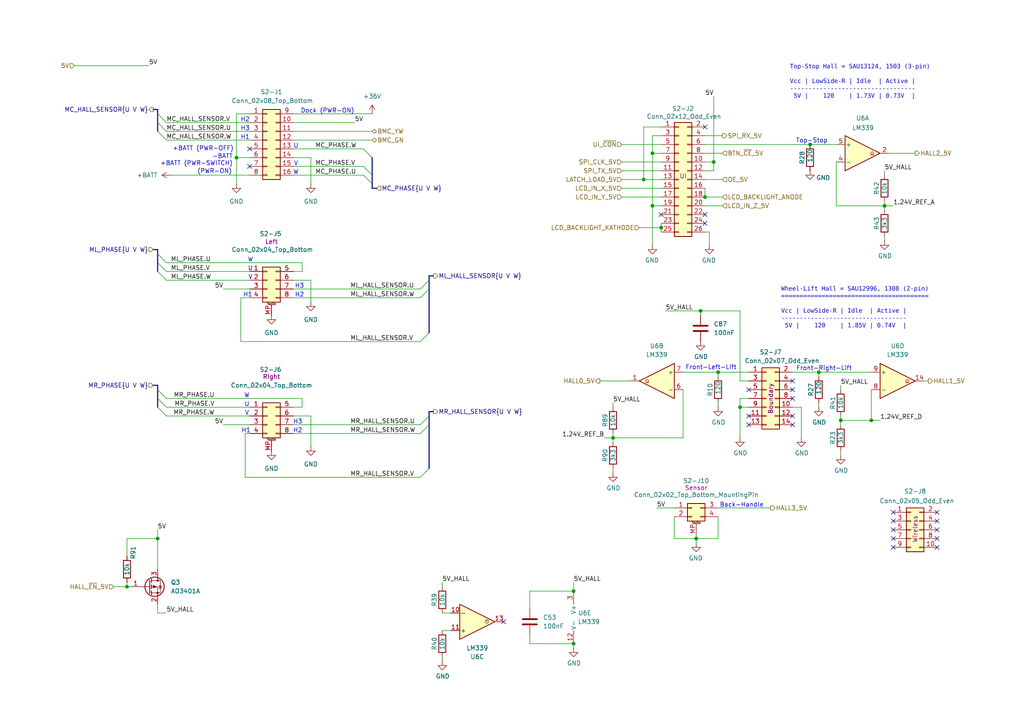
<source format=kicad_sch>
(kicad_sch (version 20250114) (generator "eeschema") (generator_version "9.0")
  (paper "A4")
  (title_block (title "OpenMower SABO Mainboard for Series I & II") (date "2025-05-04") (rev "v0.2") (company "Apeheanger <joerg@ebeling.ws> for OpenMower") (comment 1 "This design is licensed under CC BY-NC 4.0"))
  (lib_symbols
    (symbol "Comparator:LM339" (pin_names (offset 0.127))
      (property "Reference" "U" (at 0 5.08 0))
      (property "Value" "LM339" (at 0 -5.08 0))
      (symbol "LM339_1_1"
        (pin input line (at -7.62 2.54 0) (length 2.54) (name "+") (number "5"))
        (pin input line (at -7.62 -2.54 0) (length 2.54) (name "-") (number "4"))
        (pin open_collector line (at 7.62 0 180) (length 2.54) (name "~") (number "2"))
      )
      (symbol "LM339_2_1"
        (pin input line (at -7.62 2.54 0) (length 2.54) (name "+") (number "7"))
        (pin input line (at -7.62 -2.54 0) (length 2.54) (name "-") (number "6"))
        (pin open_collector line (at 7.62 0 180) (length 2.54) (name "~") (number "1"))
      )
      (symbol "LM339_3_1"
        (pin input line (at -7.62 2.54 0) (length 2.54) (name "+") (number "11"))
        (pin input line (at -7.62 -2.54 0) (length 2.54) (name "-") (number "10"))
        (pin open_collector line (at 7.62 0 180) (length 2.54) (name "~") (number "13"))
      )
      (symbol "LM339_4_1"
        (pin input line (at -7.62 2.54 0) (length 2.54) (name "+") (number "9"))
        (pin input line (at -7.62 -2.54 0) (length 2.54) (name "-") (number "8"))
        (pin open_collector line (at 7.62 0 180) (length 2.54) (name "~") (number "14"))
      )
      (symbol "LM339_5_1"
        (pin power_in line (at -2.54 7.62 270) (length 3.81) (name "V+") (number "3"))
        (pin power_in line (at -2.54 -7.62 90) (length 3.81) (name "V-") (number "12"))
      )
    )
    (symbol "Connector_Generic:Conn_02x05_Odd_Even" (pin_names (offset 1.016) (hide yes))
      (property "Reference" "J" (at 1.27 7.62 0))
      (property "Value" "Conn_02x05_Odd_Even" (at 1.27 -7.62 0))
      (symbol "Conn_02x05_Odd_Even_1_1"
        (pin passive line (at -5.08 5.08 0) (length 3.81) (name "Pin_1") (number "1"))
        (pin passive line (at -5.08 2.54 0) (length 3.81) (name "Pin_3") (number "3"))
        (pin passive line (at -5.08 0 0) (length 3.81) (name "Pin_5") (number "5"))
        (pin passive line (at -5.08 -2.54 0) (length 3.81) (name "Pin_7") (number "7"))
        (pin passive line (at -5.08 -5.08 0) (length 3.81) (name "Pin_9") (number "9"))
        (pin passive line (at 7.62 5.08 180) (length 3.81) (name "Pin_2") (number "2"))
        (pin passive line (at 7.62 2.54 180) (length 3.81) (name "Pin_4") (number "4"))
        (pin passive line (at 7.62 0 180) (length 3.81) (name "Pin_6") (number "6"))
        (pin passive line (at 7.62 -2.54 180) (length 3.81) (name "Pin_8") (number "8"))
        (pin passive line (at 7.62 -5.08 180) (length 3.81) (name "Pin_10") (number "10"))
      )
    )
    (symbol "Connector_Generic:Conn_02x07_Odd_Even" (pin_names (offset 1.016) (hide yes))
      (property "Reference" "J" (at 1.27 10.16 0))
      (property "Value" "Conn_02x07_Odd_Even" (at 1.27 -10.16 0))
      (symbol "Conn_02x07_Odd_Even_1_1"
        (pin passive line (at -5.08 7.62 0) (length 3.81) (name "Pin_1") (number "1"))
        (pin passive line (at -5.08 5.08 0) (length 3.81) (name "Pin_3") (number "3"))
        (pin passive line (at -5.08 2.54 0) (length 3.81) (name "Pin_5") (number "5"))
        (pin passive line (at -5.08 0 0) (length 3.81) (name "Pin_7") (number "7"))
        (pin passive line (at -5.08 -2.54 0) (length 3.81) (name "Pin_9") (number "9"))
        (pin passive line (at -5.08 -5.08 0) (length 3.81) (name "Pin_11") (number "11"))
        (pin passive line (at -5.08 -7.62 0) (length 3.81) (name "Pin_13") (number "13"))
        (pin passive line (at 7.62 7.62 180) (length 3.81) (name "Pin_2") (number "2"))
        (pin passive line (at 7.62 5.08 180) (length 3.81) (name "Pin_4") (number "4"))
        (pin passive line (at 7.62 2.54 180) (length 3.81) (name "Pin_6") (number "6"))
        (pin passive line (at 7.62 0 180) (length 3.81) (name "Pin_8") (number "8"))
        (pin passive line (at 7.62 -2.54 180) (length 3.81) (name "Pin_10") (number "10"))
        (pin passive line (at 7.62 -5.08 180) (length 3.81) (name "Pin_12") (number "12"))
        (pin passive line (at 7.62 -7.62 180) (length 3.81) (name "Pin_14") (number "14"))
      )
    )
    (symbol "Connector_Generic:Conn_02x08_Top_Bottom" (pin_names (offset 1.016) (hide yes))
      (property "Reference" "J" (at 1.27 10.16 0))
      (property "Value" "Conn_02x08_Top_Bottom" (at 1.27 -12.7 0))
      (symbol "Conn_02x08_Top_Bottom_1_1"
        (pin passive line (at -5.08 7.62 0) (length 3.81) (name "Pin_1") (number "1"))
        (pin passive line (at -5.08 5.08 0) (length 3.81) (name "Pin_2") (number "2"))
        (pin passive line (at -5.08 2.54 0) (length 3.81) (name "Pin_3") (number "3"))
        (pin passive line (at -5.08 0 0) (length 3.81) (name "Pin_4") (number "4"))
        (pin passive line (at -5.08 -2.54 0) (length 3.81) (name "Pin_5") (number "5"))
        (pin passive line (at -5.08 -5.08 0) (length 3.81) (name "Pin_6") (number "6"))
        (pin passive line (at -5.08 -7.62 0) (length 3.81) (name "Pin_7") (number "7"))
        (pin passive line (at -5.08 -10.16 0) (length 3.81) (name "Pin_8") (number "8"))
        (pin passive line (at 7.62 7.62 180) (length 3.81) (name "Pin_9") (number "9"))
        (pin passive line (at 7.62 5.08 180) (length 3.81) (name "Pin_10") (number "10"))
        (pin passive line (at 7.62 2.54 180) (length 3.81) (name "Pin_11") (number "11"))
        (pin passive line (at 7.62 0 180) (length 3.81) (name "Pin_12") (number "12"))
        (pin passive line (at 7.62 -2.54 180) (length 3.81) (name "Pin_13") (number "13"))
        (pin passive line (at 7.62 -5.08 180) (length 3.81) (name "Pin_14") (number "14"))
        (pin passive line (at 7.62 -7.62 180) (length 3.81) (name "Pin_15") (number "15"))
        (pin passive line (at 7.62 -10.16 180) (length 3.81) (name "Pin_16") (number "16"))
      )
    )
    (symbol "Connector_Generic:Conn_02x13_Odd_Even" (pin_names (offset 1.016) (hide yes))
      (property "Reference" "J" (at 1.27 17.78 0))
      (property "Value" "Conn_02x13_Odd_Even" (at 1.27 -17.78 0))
      (symbol "Conn_02x13_Odd_Even_1_1"
        (pin passive line (at -5.08 15.24 0) (length 3.81) (name "Pin_1") (number "1"))
        (pin passive line (at -5.08 12.7 0) (length 3.81) (name "Pin_3") (number "3"))
        (pin passive line (at -5.08 10.16 0) (length 3.81) (name "Pin_5") (number "5"))
        (pin passive line (at -5.08 7.62 0) (length 3.81) (name "Pin_7") (number "7"))
        (pin passive line (at -5.08 5.08 0) (length 3.81) (name "Pin_9") (number "9"))
        (pin passive line (at -5.08 2.54 0) (length 3.81) (name "Pin_11") (number "11"))
        (pin passive line (at -5.08 0 0) (length 3.81) (name "Pin_13") (number "13"))
        (pin passive line (at -5.08 -2.54 0) (length 3.81) (name "Pin_15") (number "15"))
        (pin passive line (at -5.08 -5.08 0) (length 3.81) (name "Pin_17") (number "17"))
        (pin passive line (at -5.08 -7.62 0) (length 3.81) (name "Pin_19") (number "19"))
        (pin passive line (at -5.08 -10.16 0) (length 3.81) (name "Pin_21") (number "21"))
        (pin passive line (at -5.08 -12.7 0) (length 3.81) (name "Pin_23") (number "23"))
        (pin passive line (at -5.08 -15.24 0) (length 3.81) (name "Pin_25") (number "25"))
        (pin passive line (at 7.62 15.24 180) (length 3.81) (name "Pin_2") (number "2"))
        (pin passive line (at 7.62 12.7 180) (length 3.81) (name "Pin_4") (number "4"))
        (pin passive line (at 7.62 10.16 180) (length 3.81) (name "Pin_6") (number "6"))
        (pin passive line (at 7.62 7.62 180) (length 3.81) (name "Pin_8") (number "8"))
        (pin passive line (at 7.62 5.08 180) (length 3.81) (name "Pin_10") (number "10"))
        (pin passive line (at 7.62 2.54 180) (length 3.81) (name "Pin_12") (number "12"))
        (pin passive line (at 7.62 0 180) (length 3.81) (name "Pin_14") (number "14"))
        (pin passive line (at 7.62 -2.54 180) (length 3.81) (name "Pin_16") (number "16"))
        (pin passive line (at 7.62 -5.08 180) (length 3.81) (name "Pin_18") (number "18"))
        (pin passive line (at 7.62 -7.62 180) (length 3.81) (name "Pin_20") (number "20"))
        (pin passive line (at 7.62 -10.16 180) (length 3.81) (name "Pin_22") (number "22"))
        (pin passive line (at 7.62 -12.7 180) (length 3.81) (name "Pin_24") (number "24"))
        (pin passive line (at 7.62 -15.24 180) (length 3.81) (name "Pin_26") (number "26"))
      )
    )
    (symbol "Connector_Generic_MountingPin:Conn_02x02_Top_Bottom_MountingPin" (pin_names (offset 1.016) (hide yes))
      (property "Reference" "J" (at 1.27 2.54 0))
      (property "Value" "Conn_02x02_Top_Bottom_MountingPin" (at 2.54 -5.08 0))
      (symbol "Conn_02x02_Top_Bottom_MountingPin_1_1"
        (text "Mounting" (at 1.27 -4.191 0) (effects (font (size 0.381 0.381))))
        (pin passive line (at -5.08 0 0) (length 3.81) (name "Pin_1") (number "1"))
        (pin passive line (at -5.08 -2.54 0) (length 3.81) (name "Pin_2") (number "2"))
        (pin passive line (at 1.27 -7.62 90) (length 3.048) (name "MountPin") (number "MP"))
        (pin passive line (at 7.62 0 180) (length 3.81) (name "Pin_3") (number "3"))
        (pin passive line (at 7.62 -2.54 180) (length 3.81) (name "Pin_4") (number "4"))
      )
    )
    (symbol "Connector_Generic_MountingPin:Conn_02x04_Top_Bottom_MountingPin" (pin_names (offset 1.016) (hide yes))
      (property "Reference" "J" (at 1.27 5.08 0))
      (property "Value" "Conn_02x04_Top_Bottom_MountingPin" (at 2.54 -7.62 0))
      (symbol "Conn_02x04_Top_Bottom_MountingPin_1_1"
        (text "Mounting" (at 1.27 -6.731 0) (effects (font (size 0.381 0.381))))
        (pin passive line (at -5.08 2.54 0) (length 3.81) (name "Pin_1") (number "1"))
        (pin passive line (at -5.08 0 0) (length 3.81) (name "Pin_2") (number "2"))
        (pin passive line (at -5.08 -2.54 0) (length 3.81) (name "Pin_3") (number "3"))
        (pin passive line (at -5.08 -5.08 0) (length 3.81) (name "Pin_4") (number "4"))
        (pin passive line (at 1.27 -10.16 90) (length 3.048) (name "MountPin") (number "MP"))
        (pin passive line (at 7.62 2.54 180) (length 3.81) (name "Pin_5") (number "5"))
        (pin passive line (at 7.62 0 180) (length 3.81) (name "Pin_6") (number "6"))
        (pin passive line (at 7.62 -2.54 180) (length 3.81) (name "Pin_7") (number "7"))
        (pin passive line (at 7.62 -5.08 180) (length 3.81) (name "Pin_8") (number "8"))
      )
    )
    (symbol "Device:C" (pin_numbers (hide yes)) (pin_names (offset 0.254))
      (property "Reference" "C" (at 0.635 2.54 0))
      (property "Value" "C" (at 0.635 -2.54 0))
      (symbol "C_1_1"
        (pin passive line (at 0 3.81 270) (length 2.794) (name "~") (number "1"))
        (pin passive line (at 0 -3.81 90) (length 2.794) (name "~") (number "2"))
      )
    )
    (symbol "Device:R" (pin_numbers (hide yes)) (pin_names (offset 0))
      (property "Reference" "R" (at 2.032 0 90))
      (property "Value" "R" (at 0 0 90))
      (symbol "R_1_1"
        (pin passive line (at 0 3.81 270) (length 1.27) (name "~") (number "1"))
        (pin passive line (at 0 -3.81 90) (length 1.27) (name "~") (number "2"))
      )
    )
    (symbol "Transistor_FET:AO3401A" (pin_names (hide yes))
      (property "Reference" "Q" (at 5.08 1.905 0))
      (property "Value" "AO3401A" (at 5.08 0 0))
      (symbol "AO3401A_1_1"
        (pin input line (at -5.08 0 0) (length 2.54) (name "G") (number "1"))
        (pin passive line (at 2.54 5.08 270) (length 2.54) (name "D") (number "3"))
        (pin passive line (at 2.54 -5.08 90) (length 2.54) (name "S") (number "2"))
      )
    )
    (symbol "power:+36V" (power) (pin_numbers (hide yes)) (pin_names (offset 0) (hide yes))
      (property "Value" "+36V" (at 0 3.556 0))
      (symbol "+36V_1_1"
        (pin power_in line (at 0 0 90) (length 0) (name "~") (number "1"))
      )
    )
    (symbol "power:+BATT" (power) (pin_numbers (hide yes)) (pin_names (offset 0) (hide yes))
      (property "Value" "+BATT" (at 0 3.556 0))
      (symbol "+BATT_1_1"
        (pin power_in line (at 0 0 90) (length 0) (name "~") (number "1"))
      )
    )
    (symbol "power:GND" (power) (pin_numbers (hide yes)) (pin_names (offset 0) (hide yes))
      (property "Value" "GND" (at 0 -3.81 0))
      (symbol "GND_1_1"
        (pin power_in line (at 0 0 270) (length 0) (name "~") (number "1"))
      )
    )
  )
  (text "-BATT" (at 67.564 45.466 0) (effects (font (size 1.27 1.27)) (justify right)))
  (text "U" (at 72.644 77.978 0) (effects (font (size 1.27 1.27))))
  (text "(PWR-ON)" (at 67.31 49.784 0) (effects (font (size 1.27 1.27)) (justify right)))
  (text "W" (at 71.628 114.808 0) (effects (font (size 1.27 1.27))))
  (text "U" (at 85.852 42.418 0) (effects (font (size 1.27 1.27))))
  (text "H3" (at 86.36 122.428 0) (effects (font (size 1.27 1.27))))
  (text "H1" (at 71.882 85.598 0) (effects (font (size 1.27 1.27))))
  (text "W" (at 72.644 75.438 0) (effects (font (size 1.27 1.27))))
  (text "Front-Left-Lift" (at 206.248 106.68 0) (effects (font (size 1.27 1.27))))
  (text "H2" (at 86.868 85.598 0) (effects (font (size 1.27 1.27))))
  (text "Dock (PWR-ON)" (at 94.996 32.258 0) (effects (font (size 1.27 1.27))))
  (text "H1" (at 71.374 124.968 0) (effects (font (size 1.27 1.27))))
  (text "H1" (at 71.12 39.878 0) (effects (font (size 1.27 1.27))))
  (text "+BATT (PWR-OFF)" (at 67.818 43.18 0) (effects (font (size 1.27 1.27)) (justify right)))
  (text "H3" (at 71.12 37.338 0) (effects (font (size 1.27 1.27))))
  (text "H2" (at 71.12 34.798 0) (effects (font (size 1.27 1.27))))
  (text "Top-Stop Hall = SAU13124, 1503 (3-pin)\n\nVcc | LowSide-R | Idle  | Active |\n----------------------------------\n 5V |    120    | 1.73V | 0.73V  |" (at 229.108 24.13 0) (effects (font (size 1.27 1.27)) (justify left)))
  (text "V" (at 71.628 119.888 0) (effects (font (size 1.27 1.27))))
  (text "Front-Right-Lift" (at 239.014 106.934 0) (effects (font (size 1.27 1.27))))
  (text "U" (at 71.628 117.348 0) (effects (font (size 1.27 1.27))))
  (text "+BATT (PWR-SWITCH)" (at 67.564 47.498 0) (effects (font (size 1.27 1.27)) (justify right)))
  (text "V" (at 85.852 47.498 0) (effects (font (size 1.27 1.27))))
  (text "H2" (at 86.36 124.968 0) (effects (font (size 1.27 1.27))))
  (text "V" (at 72.644 80.518 0) (effects (font (size 1.27 1.27))))
  (text "Top-Stop" (at 235.458 40.894 0) (effects (font (size 1.27 1.27))))
  (text "Back-Handle" (at 215.138 146.558 0) (effects (font (size 1.27 1.27))))
  (text "H3" (at 86.868 83.058 0) (effects (font (size 1.27 1.27))))
  (text "W" (at 85.852 50.038 0) (effects (font (size 1.27 1.27))))
  (text "Wheel-Lift Hall = SAU12996, 1308 (2-pin)\n========================================\n\nVcc | LowSide-R | Idle  | Active |\n----------------------------------\n 5V |    120    | 1.85V | 0.74V  |" (at 226.568 89.662 0) (effects (font (size 1.27 1.27)) (justify left)))
  (junction (at 203.2 90.17))
  (junction (at 201.93 156.21))
  (junction (at 189.23 59.69))
  (junction (at 166.37 171.45))
  (junction (at 166.37 186.69))
  (junction (at 177.8 127))
  (junction (at 186.69 52.07))
  (junction (at 189.23 44.45))
  (junction (at 243.84 121.92))
  (junction (at 256.54 59.69))
  (junction (at 204.47 57.15))
  (junction (at 207.01 46.99))
  (junction (at 191.77 66.04))
  (junction (at 45.72 156.21))
  (junction (at 208.28 107.95))
  (junction (at 68.58 45.72))
  (junction (at 36.83 170.18))
  (junction (at 214.63 118.11))
  (junction (at 252.73 121.92))
  (junction (at 237.49 107.95))
  (junction (at 234.95 41.91))
  (no_connect (at 217.17 123.19))
  (no_connect (at 204.47 62.23))
  (no_connect (at 229.87 115.57))
  (no_connect (at 271.78 151.13))
  (no_connect (at 229.87 123.19))
  (no_connect (at 259.08 148.59))
  (no_connect (at 72.39 48.26))
  (no_connect (at 271.78 156.21))
  (no_connect (at 259.08 153.67))
  (no_connect (at 204.47 36.83))
  (no_connect (at 229.87 113.03))
  (no_connect (at 191.77 62.23))
  (no_connect (at 217.17 120.65))
  (no_connect (at 259.08 158.75))
  (no_connect (at 259.08 156.21))
  (no_connect (at 229.87 110.49))
  (no_connect (at 259.08 151.13))
  (no_connect (at 229.87 120.65))
  (no_connect (at 217.17 113.03))
  (no_connect (at 271.78 148.59))
  (no_connect (at 204.47 64.77))
  (no_connect (at 271.78 153.67))
  (no_connect (at 146.05 180.34))
  (no_connect (at 271.78 158.75))
  (no_connect (at 72.39 43.18))
  (bus_entry (at 124.46 123.19) (size -2.54 2.54))
  (bus_entry (at 124.46 83.82) (size -2.54 2.54))
  (bus_entry (at 48.26 81.28) (size -2.54 -2.54))
  (bus_entry (at 124.46 120.65) (size -2.54 2.54))
  (bus_entry (at 124.46 81.28) (size -2.54 2.54))
  (bus_entry (at 48.26 76.2) (size -2.54 -2.54))
  (bus_entry (at 45.72 35.56) (size 2.54 2.54))
  (bus_entry (at 45.72 38.1) (size 2.54 2.54))
  (bus_entry (at 45.72 33.02) (size 2.54 2.54))
  (bus_entry (at 48.26 118.11) (size -2.54 -2.54))
  (bus_entry (at 124.46 135.89) (size -2.54 2.54))
  (bus_entry (at 124.46 96.52) (size -2.54 2.54))
  (bus_entry (at 48.26 115.57) (size -2.54 -2.54))
  (bus_entry (at 48.26 78.74) (size -2.54 -2.54))
  (bus_entry (at 48.26 120.65) (size -2.54 -2.54))
  (bus_entry (at 105.41 48.26) (size 2.54 2.54))
  (bus_entry (at 105.41 43.18) (size 2.54 2.54))
  (bus_entry (at 105.41 50.8) (size 2.54 2.54))
  (wire (pts (xy 243.84 130.81) (xy 243.84 132.08)))
  (wire (pts (xy 204.47 39.37) (xy 209.55 39.37)))
  (wire (pts (xy 48.26 76.2) (xy 87.63 76.2)))
  (wire (pts (xy 45.72 177.8) (xy 45.72 175.26)))
  (wire (pts (xy 205.74 67.31) (xy 204.47 67.31)))
  (wire (pts (xy 204.47 41.91) (xy 234.95 41.91)))
  (wire (pts (xy 267.97 110.49) (xy 269.24 110.49)))
  (wire (pts (xy 214.63 90.17) (xy 214.63 110.49)))
  (wire (pts (xy 191.77 66.04) (xy 191.77 67.31)))
  (wire (pts (xy 252.73 121.92) (xy 255.27 121.92)))
  (wire (pts (xy 48.26 115.57) (xy 87.63 115.57)))
  (wire (pts (xy 177.8 125.73) (xy 177.8 127)))
  (wire (pts (xy 237.49 109.22) (xy 237.49 107.95)))
  (wire (pts (xy 48.26 78.74) (xy 72.39 78.74)))
  (wire (pts (xy 180.34 54.61) (xy 191.77 54.61)))
  (wire (pts (xy 242.57 59.69) (xy 256.54 59.69)))
  (wire (pts (xy 204.47 52.07) (xy 209.55 52.07)))
  (bus (pts (xy 45.72 76.2) (xy 45.72 73.66)))
  (wire (pts (xy 214.63 118.11) (xy 217.17 118.11)))
  (wire (pts (xy 252.73 113.03) (xy 252.73 121.92)))
  (wire (pts (xy 204.47 44.45) (xy 209.55 44.45)))
  (wire (pts (xy 48.26 40.64) (xy 72.39 40.64)))
  (wire (pts (xy 214.63 127) (xy 214.63 118.11)))
  (wire (pts (xy 208.28 107.95) (xy 208.28 109.22)))
  (bus (pts (xy 45.72 33.02) (xy 45.72 35.56)))
  (wire (pts (xy 189.23 39.37) (xy 189.23 44.45)))
  (wire (pts (xy 195.58 156.21) (xy 201.93 156.21)))
  (wire (pts (xy 90.17 120.65) (xy 90.17 129.54)))
  (bus (pts (xy 45.72 115.57) (xy 45.72 113.03)))
  (wire (pts (xy 36.83 168.91) (xy 36.83 170.18)))
  (wire (pts (xy 85.09 50.8) (xy 105.41 50.8)))
  (wire (pts (xy 243.84 111.76) (xy 243.84 113.03)))
  (bus (pts (xy 124.46 81.28) (xy 124.46 83.82)))
  (wire (pts (xy 265.43 44.45) (xy 257.81 44.45)))
  (wire (pts (xy 48.26 118.11) (xy 72.39 118.11)))
  (wire (pts (xy 237.49 107.95) (xy 252.73 107.95)))
  (bus (pts (xy 107.95 50.8) (xy 107.95 53.34)))
  (bus (pts (xy 125.73 119.38) (xy 124.46 119.38)))
  (wire (pts (xy 68.58 45.72) (xy 68.58 33.02)))
  (wire (pts (xy 186.69 52.07) (xy 191.77 52.07)))
  (wire (pts (xy 180.34 46.99) (xy 191.77 46.99)))
  (wire (pts (xy 87.63 118.11) (xy 85.09 118.11)))
  (wire (pts (xy 229.87 118.11) (xy 232.41 118.11)))
  (wire (pts (xy 64.77 83.82) (xy 72.39 83.82)))
  (wire (pts (xy 71.12 138.43) (xy 71.12 125.73)))
  (wire (pts (xy 217.17 115.57) (xy 214.63 115.57)))
  (wire (pts (xy 48.26 35.56) (xy 72.39 35.56)))
  (wire (pts (xy 198.12 127) (xy 177.8 127)))
  (wire (pts (xy 205.74 71.12) (xy 205.74 67.31)))
  (wire (pts (xy 85.09 123.19) (xy 121.92 123.19)))
  (wire (pts (xy 177.8 135.89) (xy 177.8 137.16)))
  (wire (pts (xy 90.17 87.63) (xy 90.17 81.28)))
  (wire (pts (xy 153.67 176.53) (xy 153.67 171.45)))
  (wire (pts (xy 48.26 177.8) (xy 45.72 177.8)))
  (bus (pts (xy 45.72 111.76) (xy 44.45 111.76)))
  (wire (pts (xy 69.85 99.06) (xy 121.92 99.06)))
  (wire (pts (xy 48.26 81.28) (xy 72.39 81.28)))
  (wire (pts (xy 33.02 170.18) (xy 36.83 170.18)))
  (wire (pts (xy 128.27 182.88) (xy 130.81 182.88)))
  (wire (pts (xy 87.63 76.2) (xy 87.63 78.74)))
  (wire (pts (xy 48.26 38.1) (xy 72.39 38.1)))
  (wire (pts (xy 243.84 120.65) (xy 243.84 121.92)))
  (bus (pts (xy 44.45 31.75) (xy 45.72 31.75)))
  (wire (pts (xy 256.54 49.53) (xy 256.54 50.8)))
  (bus (pts (xy 124.46 83.82) (xy 124.46 96.52)))
  (wire (pts (xy 45.72 153.67) (xy 45.72 156.21)))
  (wire (pts (xy 85.09 33.02) (xy 107.95 33.02)))
  (bus (pts (xy 45.72 76.2) (xy 45.72 78.74)))
  (wire (pts (xy 217.17 107.95) (xy 208.28 107.95)))
  (wire (pts (xy 185.42 66.04) (xy 191.77 66.04)))
  (wire (pts (xy 180.34 57.15) (xy 191.77 57.15)))
  (wire (pts (xy 45.72 156.21) (xy 45.72 165.1)))
  (wire (pts (xy 107.95 38.1) (xy 85.09 38.1)))
  (wire (pts (xy 256.54 59.69) (xy 259.08 59.69)))
  (wire (pts (xy 204.47 54.61) (xy 204.47 57.15)))
  (wire (pts (xy 71.12 138.43) (xy 121.92 138.43)))
  (wire (pts (xy 214.63 90.17) (xy 203.2 90.17)))
  (wire (pts (xy 90.17 53.34) (xy 90.17 45.72)))
  (wire (pts (xy 208.28 156.21) (xy 208.28 149.86)))
  (wire (pts (xy 207.01 46.99) (xy 207.01 49.53)))
  (bus (pts (xy 45.72 35.56) (xy 45.72 38.1)))
  (wire (pts (xy 153.67 186.69) (xy 166.37 186.69)))
  (bus (pts (xy 45.72 73.66) (xy 45.72 72.39)))
  (wire (pts (xy 49.53 50.8) (xy 72.39 50.8)))
  (wire (pts (xy 107.95 40.64) (xy 85.09 40.64)))
  (wire (pts (xy 234.95 41.91) (xy 242.57 41.91)))
  (wire (pts (xy 191.77 36.83) (xy 186.69 36.83)))
  (wire (pts (xy 204.47 46.99) (xy 207.01 46.99)))
  (wire (pts (xy 87.63 78.74) (xy 85.09 78.74)))
  (wire (pts (xy 229.87 107.95) (xy 237.49 107.95)))
  (bus (pts (xy 45.72 118.11) (xy 45.72 115.57)))
  (wire (pts (xy 48.26 120.65) (xy 72.39 120.65)))
  (bus (pts (xy 45.72 31.75) (xy 45.72 33.02)))
  (wire (pts (xy 128.27 190.5) (xy 128.27 191.77)))
  (wire (pts (xy 128.27 168.91) (xy 128.27 170.18)))
  (wire (pts (xy 198.12 113.03) (xy 198.12 127)))
  (wire (pts (xy 193.04 90.17) (xy 203.2 90.17)))
  (wire (pts (xy 232.41 118.11) (xy 232.41 127)))
  (wire (pts (xy 189.23 71.12) (xy 189.23 59.69)))
  (wire (pts (xy 177.8 127) (xy 177.8 128.27)))
  (wire (pts (xy 190.5 147.32) (xy 195.58 147.32)))
  (wire (pts (xy 217.17 110.49) (xy 214.63 110.49)))
  (wire (pts (xy 189.23 39.37) (xy 191.77 39.37)))
  (wire (pts (xy 180.34 41.91) (xy 191.77 41.91)))
  (wire (pts (xy 177.8 127) (xy 175.26 127)))
  (wire (pts (xy 191.77 64.77) (xy 191.77 66.04)))
  (wire (pts (xy 204.47 59.69) (xy 209.55 59.69)))
  (wire (pts (xy 203.2 90.17) (xy 203.2 91.44)))
  (wire (pts (xy 189.23 59.69) (xy 191.77 59.69)))
  (wire (pts (xy 207.01 27.94) (xy 207.01 46.99)))
  (wire (pts (xy 173.99 110.49) (xy 182.88 110.49)))
  (bus (pts (xy 124.46 119.38) (xy 124.46 120.65)))
  (wire (pts (xy 256.54 59.69) (xy 256.54 60.96)))
  (bus (pts (xy 125.73 80.01) (xy 124.46 80.01)))
  (wire (pts (xy 177.8 116.84) (xy 177.8 118.11)))
  (wire (pts (xy 85.09 43.18) (xy 105.41 43.18)))
  (wire (pts (xy 189.23 59.69) (xy 189.23 44.45)))
  (wire (pts (xy 201.93 156.21) (xy 201.93 154.94)))
  (wire (pts (xy 36.83 156.21) (xy 45.72 156.21)))
  (wire (pts (xy 195.58 149.86) (xy 195.58 156.21)))
  (wire (pts (xy 208.28 147.32) (xy 223.52 147.32)))
  (wire (pts (xy 180.34 49.53) (xy 191.77 49.53)))
  (wire (pts (xy 85.09 86.36) (xy 121.92 86.36)))
  (wire (pts (xy 256.54 58.42) (xy 256.54 59.69)))
  (wire (pts (xy 85.09 35.56) (xy 102.87 35.56)))
  (bus (pts (xy 107.95 45.72) (xy 107.95 50.8)))
  (wire (pts (xy 256.54 68.58) (xy 256.54 69.85)))
  (wire (pts (xy 71.12 125.73) (xy 72.39 125.73)))
  (wire (pts (xy 189.23 44.45) (xy 191.77 44.45)))
  (wire (pts (xy 87.63 115.57) (xy 87.63 118.11)))
  (wire (pts (xy 208.28 116.84) (xy 208.28 118.11)))
  (wire (pts (xy 153.67 184.15) (xy 153.67 186.69)))
  (wire (pts (xy 207.01 49.53) (xy 204.47 49.53)))
  (wire (pts (xy 69.85 86.36) (xy 72.39 86.36)))
  (wire (pts (xy 201.93 157.48) (xy 201.93 156.21)))
  (wire (pts (xy 21.59 19.05) (xy 43.18 19.05)))
  (wire (pts (xy 85.09 48.26) (xy 105.41 48.26)))
  (bus (pts (xy 45.72 72.39) (xy 44.45 72.39)))
  (wire (pts (xy 166.37 168.91) (xy 166.37 171.45)))
  (wire (pts (xy 68.58 45.72) (xy 72.39 45.72)))
  (wire (pts (xy 180.34 52.07) (xy 186.69 52.07)))
  (wire (pts (xy 214.63 115.57) (xy 214.63 118.11)))
  (wire (pts (xy 64.77 123.19) (xy 72.39 123.19)))
  (wire (pts (xy 204.47 57.15) (xy 209.55 57.15)))
  (bus (pts (xy 107.95 53.34) (xy 107.95 54.61)))
  (wire (pts (xy 90.17 45.72) (xy 85.09 45.72)))
  (wire (pts (xy 243.84 121.92) (xy 243.84 123.19)))
  (wire (pts (xy 85.09 125.73) (xy 121.92 125.73)))
  (wire (pts (xy 166.37 187.96) (xy 166.37 186.69)))
  (wire (pts (xy 36.83 161.29) (xy 36.83 156.21)))
  (bus (pts (xy 124.46 123.19) (xy 124.46 135.89)))
  (wire (pts (xy 68.58 33.02) (xy 72.39 33.02)))
  (wire (pts (xy 36.83 170.18) (xy 38.1 170.18)))
  (wire (pts (xy 128.27 177.8) (xy 130.81 177.8)))
  (wire (pts (xy 243.84 121.92) (xy 252.73 121.92)))
  (bus (pts (xy 45.72 113.03) (xy 45.72 111.76)))
  (wire (pts (xy 201.93 156.21) (xy 208.28 156.21)))
  (bus (pts (xy 124.46 120.65) (xy 124.46 123.19)))
  (wire (pts (xy 90.17 120.65) (xy 85.09 120.65)))
  (wire (pts (xy 153.67 171.45) (xy 166.37 171.45)))
  (wire (pts (xy 186.69 36.83) (xy 186.69 52.07)))
  (wire (pts (xy 90.17 81.28) (xy 85.09 81.28)))
  (wire (pts (xy 198.12 107.95) (xy 208.28 107.95)))
  (wire (pts (xy 242.57 46.99) (xy 242.57 59.69)))
  (wire (pts (xy 69.85 99.06) (xy 69.85 86.36)))
  (wire (pts (xy 68.58 53.34) (xy 68.58 45.72)))
  (wire (pts (xy 237.49 116.84) (xy 237.49 118.11)))
  (bus (pts (xy 124.46 80.01) (xy 124.46 81.28)))
  (bus (pts (xy 107.95 54.61) (xy 109.22 54.61)))
  (wire (pts (xy 85.09 83.82) (xy 121.92 83.82)))
  (label "MR_PHASE.U" (at 62.23 115.57 180))
  (label "1.24V_REF_D" (at 255.27 121.92 0))
  (label "5V_HALL" (at 256.54 49.53 0))
  (label "5V_HALL" (at 166.37 168.91 0))
  (label "ML_HALL_SENSOR.V" (at 101.6 99.06 0))
  (label "5V_HALL" (at 193.04 90.17 0))
  (label "5V_HALL" (at 243.84 111.76 0))
  (label "5V" (at 64.77 83.82 180))
  (label "MR_HALL_SENSOR.W" (at 101.6 125.73 0))
  (label "5V" (at 190.5 147.32 0))
  (label "MC_HALL_SENSOR.W" (at 48.26 40.64 0))
  (label "5V" (at 64.77 123.19 180))
  (label "5V_HALL" (at 177.8 116.84 0))
  (label "1.24V_REF_B" (at 175.26 127 180))
  (label "MC_PHASE.V" (at 91.44 48.26 0))
  (label "5V_HALL" (at 48.26 177.8 0))
  (label "ML_HALL_SENSOR.W" (at 101.6 86.36 0))
  (label "ML_PHASE.U" (at 49.53 76.2 0))
  (label "MR_PHASE.W" (at 62.23 120.65 180))
  (label "1.24V_REF_A" (at 259.08 59.69 0))
  (label "5V" (at 45.72 153.67 0))
  (label "5V" (at 102.87 35.56 0))
  (label "5V" (at 43.18 19.05 0))
  (label "MR_HALL_SENSOR.U" (at 101.6 123.19 0))
  (label "MC_HALL_SENSOR.U" (at 48.26 38.1 0))
  (label "MC_PHASE.U" (at 91.44 50.8 0))
  (label "MC_PHASE.W" (at 91.44 43.18 0))
  (label "ML_PHASE.V" (at 49.53 78.74 0))
  (label "5V" (at 207.01 27.94 180))
  (label "5V_HALL" (at 128.27 168.91 0))
  (label "ML_PHASE.W" (at 49.53 81.28 0))
  (label "MC_HALL_SENSOR.V" (at 48.26 35.56 0))
  (label "MR_HALL_SENSOR.V" (at 101.6 138.43 0))
  (label "ML_HALL_SENSOR.U" (at 101.6 83.82 0))
  (label "MR_PHASE.V" (at 62.23 118.11 180))
  (hierarchical_label "5V" (shape input) (at 21.59 19.05 180))
  (hierarchical_label "MC_PHASE{U V W}" (shape input) (at 109.22 54.61 0))
  (hierarchical_label "BMC_YW" (shape bidirectional) (at 107.95 38.1 0))
  (hierarchical_label "SPI_RX_5V" (shape output) (at 209.55 39.37 0))
  (hierarchical_label "LATCH_LOAD_5V" (shape input) (at 180.34 52.07 180))
  (hierarchical_label "LCD_BACKLIGHT_ANODE" (shape input) (at 209.55 57.15 0))
  (hierarchical_label "HALL_~{EN}_5V" (shape input) (at 33.02 170.18 180))
  (hierarchical_label "MR_HALL_SENSOR{U V W}" (shape output) (at 125.73 119.38 0))
  (hierarchical_label "HALL1_5V" (shape output) (at 269.24 110.49 0))
  (hierarchical_label "MR_PHASE{U V W}" (shape input) (at 44.45 111.76 180))
  (hierarchical_label "UI_~{CON}" (shape input) (at 180.34 41.91 180))
  (hierarchical_label "BMC_GN" (shape bidirectional) (at 107.95 40.64 0))
  (hierarchical_label "SPI_CLK_5V" (shape input) (at 180.34 46.99 180))
  (hierarchical_label "HALL2_5V" (shape output) (at 265.43 44.45 0))
  (hierarchical_label "MC_HALL_SENSOR{U V W}" (shape output) (at 44.45 31.75 180))
  (hierarchical_label "HALL3_5V" (shape output) (at 223.52 147.32 0))
  (hierarchical_label "LCD_IN_Y_5V" (shape input) (at 180.34 57.15 180))
  (hierarchical_label "OE_5V" (shape input) (at 209.55 52.07 0))
  (hierarchical_label "BTN_~{CE}_5V" (shape input) (at 209.55 44.45 0))
  (hierarchical_label "HALL0_5V" (shape output) (at 173.99 110.49 180))
  (hierarchical_label "ML_PHASE{U V W}" (shape input) (at 44.45 72.39 180))
  (hierarchical_label "LCD_BACKLIGHT_KATHODE" (shape input) (at 185.42 66.04 180))
  (hierarchical_label "LCD_IN_X_5V" (shape input) (at 180.34 54.61 180))
  (hierarchical_label "LCD_IN_Z_5V" (shape input) (at 209.55 59.69 0))
  (hierarchical_label "SPI_TX_5V" (shape input) (at 180.34 49.53 180))
  (hierarchical_label "ML_HALL_SENSOR{U V W}" (shape output) (at 125.73 80.01 0))
  (symbol (lib_id "Device:R") (at 177.8 121.92 0) (mirror y) (unit 1)
    (property "Reference" "R89" (at 175.514 121.92 90))
    (property "Value" "10k" (at 177.8 121.92 90))
    (property "Footprint" "Resistor_SMD:R_0603_1608Metric_Pad0.98x0.95mm_HandSolder" (effects (hide yes)))
    (property "Description" "100mW Thick Film Resistors 75V ±100ppm/℃ ±1% 10kΩ 0603 Chip Resistor - Surface Mount ROHS" (effects (hide yes)))
    (property "JLC" "C25804" (effects (hide yes)))
  )
  (symbol (lib_id "Comparator:LM339") (at 168.91 179.07 0) (unit 5)
    (property "Reference" "U6" (at 167.64 177.7999 0) (effects (justify left)))
    (property "Value" "LM339" (at 167.64 180.3399 0) (effects (justify left)))
    (property "Footprint" "Package_SO:SOIC-14_3.9x8.7mm_P1.27mm" (effects (hide yes)))
    (property "Datasheet" "https://www.st.com/resource/en/datasheet/lm139.pdf" (effects (hide yes)))
    (property "Description" "Quad Differential Comparators, SOIC-14/TSSOP-14" (effects (hide yes)))
    (property "JLC" "C7948" (effects (hide yes)))
  )
  (symbol (lib_id "power:GND") (at 166.37 187.96 0) (unit 1)
    (property "Reference" "#PWR074" (effects (hide yes)))
    (property "Value" "GND" (at 166.497 192.3542 0))
    (property "Description" "Power symbol creates a global label with name \"GND\" , ground" (effects (hide yes)))
  )
  (symbol (lib_id "power:+BATT") (at 49.53 50.8 90) (unit 1)
    (property "Reference" "#PWR059" (effects (hide yes)))
    (property "Value" "+BATT" (at 45.72 50.8001 90) (effects (justify left)))
    (property "Description" "Power symbol creates a global label with name \"+BATT\"" (effects (hide yes)))
  )
  (symbol (lib_id "Connector_Generic_MountingPin:Conn_02x02_Top_Bottom_MountingPin") (at 200.66 147.32 0) (unit 1)
    (property "Reference" "S2-J10" (at 201.93 139.446 0))
    (property "Value" "Conn_02x02_Top_Bottom_MountingPin" (at 201.93 143.51 0))
    (property "Footprint" "local_Connectors:Molex_Micro-Fit_3.0_43045-0418_2x02-1MP_P3.00mm_Vertical" (effects (hide yes)))
    (property "Description" "Generic connectable mounting pin connector, double row, 02x02, top/bottom pin numbering scheme (row 1: 1...pins_per_row, row2: pins_per_row+1 ... num_pins), script generated (kicad-library-utils/schlib/autogen/connector/)" (effects (hide yes)))
    (property "Silk" "Sensor" (at 201.93 141.478 0))
    (property "MFPN" "MOLEX 430450418" (effects (hide yes)))
    (property "JLC" "C293535" (effects (hide yes)))
    (property "FT Rotation Offset" "180" (effects (hide yes)))
  )
  (symbol (lib_id "power:GND") (at 214.63 127 0) (unit 1)
    (property "Reference" "#PWR087" (effects (hide yes)))
    (property "Value" "GND" (at 214.757 131.3942 0))
    (property "Description" "Power symbol creates a global label with name \"GND\" , ground" (effects (hide yes)))
  )
  (symbol (lib_id "Device:R") (at 256.54 54.61 0) (mirror y) (unit 1)
    (property "Reference" "R42" (at 254.254 54.61 90))
    (property "Value" "10k" (at 256.54 54.61 90))
    (property "Footprint" "Resistor_SMD:R_0603_1608Metric_Pad0.98x0.95mm_HandSolder" (effects (hide yes)))
    (property "Description" "100mW Thick Film Resistors 75V ±100ppm/℃ ±1% 10kΩ 0603 Chip Resistor - Surface Mount ROHS" (effects (hide yes)))
    (property "JLC" "C25804" (effects (hide yes)))
  )
  (symbol (lib_id "power:GND") (at 205.74 71.12 0) (mirror y) (unit 1)
    (property "Reference" "#PWR084" (effects (hide yes)))
    (property "Value" "GND" (at 205.613 75.5142 0))
    (property "Description" "Power symbol creates a global label with name \"GND\" , ground" (effects (hide yes)))
  )
  (symbol (lib_id "Device:R") (at 208.28 113.03 0) (mirror y) (unit 1)
    (property "Reference" "R10" (at 205.994 113.03 90))
    (property "Value" "120" (at 208.28 112.522 90))
    (property "Footprint" "Resistor_SMD:R_0603_1608Metric_Pad0.98x0.95mm_HandSolder" (effects (hide yes)))
    (property "Description" "100mW Thick Film Resistors 75V ±100ppm/℃ ±1% 120Ω 0603 Chip Resistor - Surface Mount ROHS" (effects (hide yes)))
    (property "JLC" "C22787" (effects (hide yes)))
  )
  (symbol (lib_id "power:GND") (at 189.23 71.12 0) (mirror y) (unit 1)
    (property "Reference" "#PWR082" (effects (hide yes)))
    (property "Value" "GND" (at 189.103 75.5142 0))
    (property "Description" "Power symbol creates a global label with name \"GND\" , ground" (effects (hide yes)))
  )
  (symbol (lib_id "Connector_Generic:Conn_02x07_Odd_Even") (at 222.25 115.57 0) (unit 1)
    (property "Reference" "S2-J7" (at 223.52 102.108 0))
    (property "Value" "Conn_02x07_Odd_Even" (at 226.822 104.648 0))
    (property "Footprint" "local_Connectors:Molex_Milli-Grid_878311420" (effects (hide yes)))
    (property "Description" "Generic connector, double row, 02x07, odd/even pin numbering scheme (row 1 odd numbers, row 2 even numbers), script generated (kicad-library-utils/schlib/autogen/connector/)" (effects (hide yes)))
    (property "Silk" "Boundary" (at 223.52 115.57 90))
    (property "MF" "Molex" (effects (hide yes)))
    (property "MFPN" "878311419" (effects (hide yes)))
  )
  (symbol (lib_id "power:GND") (at 243.84 132.08 0) (unit 1)
    (property "Reference" "#PWR04" (effects (hide yes)))
    (property "Value" "GND" (at 243.967 136.4742 0))
    (property "Description" "Power symbol creates a global label with name \"GND\" , ground" (effects (hide yes)))
  )
  (symbol (lib_id "Device:R") (at 243.84 127 0) (mirror y) (unit 1)
    (property "Reference" "R23" (at 241.554 127 90))
    (property "Value" "3k3" (at 243.84 127 90))
    (property "Footprint" "Resistor_SMD:R_0603_1608Metric_Pad0.98x0.95mm_HandSolder" (effects (hide yes)))
    (property "Description" "100mW Thick Film Resistors 75V ±100ppm/℃ ±1% 3.3kΩ 0603 Chip Resistor - Surface Mount ROHS" (effects (hide yes)))
    (property "JLC" "C22978" (effects (hide yes)))
  )
  (symbol (lib_id "Device:R") (at 237.49 113.03 0) (mirror y) (unit 1)
    (property "Reference" "R27" (at 235.204 113.03 90))
    (property "Value" "120" (at 237.49 112.522 90))
    (property "Footprint" "Resistor_SMD:R_0603_1608Metric_Pad0.98x0.95mm_HandSolder" (effects (hide yes)))
    (property "Description" "100mW Thick Film Resistors 75V ±100ppm/℃ ±1% 120Ω 0603 Chip Resistor - Surface Mount ROHS" (effects (hide yes)))
    (property "JLC" "C22787" (effects (hide yes)))
  )
  (symbol (lib_id "Device:C") (at 153.67 180.34 0) (unit 1)
    (property "Reference" "C53" (at 157.48 179.0699 0) (effects (justify left)))
    (property "Value" "100nF" (at 157.48 181.6099 0) (effects (justify left)))
    (property "Footprint" "Capacitor_SMD:C_0402_1005Metric" (effects (hide yes)))
    (property "Description" "50V 100nF X7R ±10% 0402 Multilayer Ceramic Capacitors MLCC" (effects (hide yes)))
    (property "JLC" "C307331" (effects (hide yes)))
  )
  (symbol (lib_id "Comparator:LM339") (at 260.35 110.49 0) (unit 4)
    (property "Reference" "U6" (at 260.35 100.33 0))
    (property "Value" "LM339" (at 260.35 102.87 0))
    (property "Footprint" "Package_SO:SOIC-14_3.9x8.7mm_P1.27mm" (effects (hide yes)))
    (property "Datasheet" "https://www.st.com/resource/en/datasheet/lm139.pdf" (effects (hide yes)))
    (property "Description" "Quad Differential Comparators, SOIC-14/TSSOP-14" (effects (hide yes)))
    (property "JLC" "C7948" (effects (hide yes)))
  )
  (symbol (lib_id "power:GND") (at 78.74 91.44 0) (unit 1)
    (property "Reference" "#PWR070" (effects (hide yes)))
    (property "Value" "GND" (at 78.74 96.52 0))
    (property "Description" "Power symbol creates a global label with name \"GND\" , ground" (effects (hide yes)))
  )
  (symbol (lib_id "power:GND") (at 232.41 127 0) (unit 1)
    (property "Reference" "#PWR088" (effects (hide yes)))
    (property "Value" "GND" (at 232.537 131.3942 0))
    (property "Description" "Power symbol creates a global label with name \"GND\" , ground" (effects (hide yes)))
  )
  (symbol (lib_id "power:GND") (at 237.49 118.11 0) (unit 1)
    (property "Reference" "#PWR086" (effects (hide yes)))
    (property "Value" "GND" (at 237.617 122.5042 0))
    (property "Description" "Power symbol creates a global label with name \"GND\" , ground" (effects (hide yes)))
  )
  (symbol (lib_id "Device:C") (at 203.2 95.25 0) (unit 1)
    (property "Reference" "C87" (at 207.01 93.9799 0) (effects (justify left)))
    (property "Value" "100nF" (at 207.01 96.5199 0) (effects (justify left)))
    (property "Footprint" "Capacitor_SMD:C_0402_1005Metric" (effects (hide yes)))
    (property "Description" "50V 100nF X7R ±10% 0402 Multilayer Ceramic Capacitors MLCC" (effects (hide yes)))
    (property "JLC" "C307331" (effects (hide yes)))
  )
  (symbol (lib_id "Comparator:LM339") (at 250.19 44.45 0) (unit 1)
    (property "Reference" "U6" (at 250.19 34.29 0))
    (property "Value" "LM339" (at 247.142 37.084 0) (effects (justify left)))
    (property "Footprint" "Package_SO:SOIC-14_3.9x8.7mm_P1.27mm" (effects (hide yes)))
    (property "Datasheet" "https://www.st.com/resource/en/datasheet/lm139.pdf" (effects (hide yes)))
    (property "Description" "Quad Differential Comparators, SOIC-14/TSSOP-14" (effects (hide yes)))
    (property "JLC" "C7948" (effects (hide yes)))
  )
  (symbol (lib_id "Connector_Generic:Conn_02x05_Odd_Even") (at 264.16 153.67 0) (unit 1)
    (property "Reference" "S2-J8" (at 265.43 142.494 0))
    (property "Value" "Conn_02x05_Odd_Even" (at 265.938 145.288 0))
    (property "Footprint" "local_Connectors:Molex_Milli-Grid_878311041" (effects (hide yes)))
    (property "Description" "Molex Milli-Grid" (effects (hide yes)))
    (property "Silk" "Wireless" (at 265.43 153.416 90))
    (property "MF" "Molex" (effects (hide yes)))
    (property "MFPN" "878311041" (effects (hide yes)))
    (property "JLC" "C588621" (effects (hide yes)))
  )
  (symbol (lib_id "Device:R") (at 128.27 173.99 0) (mirror y) (unit 1)
    (property "Reference" "R39" (at 125.984 173.99 90))
    (property "Value" "10k" (at 128.27 173.99 90))
    (property "Footprint" "Resistor_SMD:R_0603_1608Metric_Pad0.98x0.95mm_HandSolder" (effects (hide yes)))
    (property "Description" "100mW Thick Film Resistors 75V ±100ppm/℃ ±1% 10kΩ 0603 Chip Resistor - Surface Mount ROHS" (effects (hide yes)))
    (property "JLC" "C25804" (effects (hide yes)))
  )
  (symbol (lib_id "power:+36V") (at 107.95 33.02 0) (unit 1)
    (property "Reference" "#PWR057" (effects (hide yes)))
    (property "Value" "+36V" (at 107.95 27.94 0))
    (property "Description" "Power symbol creates a global label with name \"+36V\"" (effects (hide yes)))
  )
  (symbol (lib_id "power:GND") (at 234.95 49.53 0) (mirror y) (unit 1)
    (property "Reference" "#PWR08" (effects (hide yes)))
    (property "Value" "GND" (at 238.76 51.562 0))
    (property "Description" "Power symbol creates a global label with name \"GND\" , ground" (effects (hide yes)))
  )
  (symbol (lib_id "power:GND") (at 203.2 99.06 0) (unit 1)
    (property "Reference" "#PWR03" (effects (hide yes)))
    (property "Value" "GND" (at 203.327 103.4542 0))
    (property "Description" "Power symbol creates a global label with name \"GND\" , ground" (effects (hide yes)))
  )
  (symbol (lib_id "power:GND") (at 90.17 87.63 0) (unit 1)
    (property "Reference" "#PWR035" (effects (hide yes)))
    (property "Value" "GND" (at 90.17 92.71 0))
    (property "Description" "Power symbol creates a global label with name \"GND\" , ground" (effects (hide yes)))
  )
  (symbol (lib_id "Device:R") (at 256.54 64.77 0) (mirror y) (unit 1)
    (property "Reference" "R43" (at 254.254 64.77 90))
    (property "Value" "3k3" (at 256.54 64.77 90))
    (property "Footprint" "Resistor_SMD:R_0603_1608Metric_Pad0.98x0.95mm_HandSolder" (effects (hide yes)))
    (property "Description" "100mW Thick Film Resistors 75V ±100ppm/℃ ±1% 3.3kΩ 0603 Chip Resistor - Surface Mount ROHS" (effects (hide yes)))
    (property "JLC" "C22978" (effects (hide yes)))
  )
  (symbol (lib_id "power:GND") (at 201.93 157.48 0) (mirror y) (unit 1)
    (property "Reference" "#PWR079" (effects (hide yes)))
    (property "Value" "GND" (at 201.803 161.8742 0))
    (property "Description" "Power symbol creates a global label with name \"GND\" , ground" (effects (hide yes)))
  )
  (symbol (lib_id "power:GND") (at 128.27 191.77 0) (unit 1)
    (property "Reference" "#PWR097" (effects (hide yes)))
    (property "Value" "GND" (at 128.397 196.1642 0))
    (property "Description" "Power symbol creates a global label with name \"GND\" , ground" (effects (hide yes)))
  )
  (symbol (lib_id "Connector_Generic_MountingPin:Conn_02x04_Top_Bottom_MountingPin") (at 77.47 120.65 0) (unit 1)
    (property "Reference" "S2-J6" (at 78.486 107.188 0))
    (property "Value" "Conn_02x04_Top_Bottom" (at 78.74 111.76 0))
    (property "Footprint" "local_Connectors:Molex_Micro-Fit_3.0_43045-0818_2x04-1MP_P3.00mm_Vertical" (effects (hide yes)))
    (property "Description" "Generic connectable mounting pin connector, double row, 02x04, top/bottom pin numbering scheme (row 1: 1...pins_per_row, row2: pins_per_row+1 ... num_pins), script generated (kicad-library-utils/schlib/autogen/connector/)" (effects (hide yes)))
    (property "Silk" "Right" (at 78.74 109.22 0))
    (property "MF" "Molex" (effects (hide yes)))
    (property "MFPN" "430450818" (effects (hide yes)))
    (property "JLC" "C505075" (effects (hide yes)))
    (property "FT Rotation Offset" "180" (effects (hide yes)))
  )
  (symbol (lib_id "power:GND") (at 90.17 53.34 0) (unit 1)
    (property "Reference" "#PWR069" (effects (hide yes)))
    (property "Value" "GND" (at 90.17 58.42 0))
    (property "Description" "Power symbol creates a global label with name \"GND\" , ground" (effects (hide yes)))
  )
  (symbol (lib_id "power:GND") (at 177.8 137.16 0) (unit 1)
    (property "Reference" "#PWR099" (effects (hide yes)))
    (property "Value" "GND" (at 177.927 141.5542 0))
    (property "Description" "Power symbol creates a global label with name \"GND\" , ground" (effects (hide yes)))
  )
  (symbol (lib_id "power:GND") (at 90.17 129.54 0) (unit 1)
    (property "Reference" "#PWR073" (effects (hide yes)))
    (property "Value" "GND" (at 90.17 134.62 0))
    (property "Description" "Power symbol creates a global label with name \"GND\" , ground" (effects (hide yes)))
  )
  (symbol (lib_id "power:GND") (at 68.58 53.34 0) (unit 1)
    (property "Reference" "#PWR060" (effects (hide yes)))
    (property "Value" "GND" (at 68.58 58.42 0))
    (property "Description" "Power symbol creates a global label with name \"GND\" , ground" (effects (hide yes)))
  )
  (symbol (lib_id "Device:R") (at 36.83 165.1 0) (mirror x) (unit 1)
    (property "Reference" "R91" (at 38.608 160.274 90))
    (property "Value" "10k" (at 36.83 165.1 90))
    (property "Footprint" "Resistor_SMD:R_0402_1005Metric" (effects (hide yes)))
    (property "Description" "62.5mW Thick Film Resistors 50V ±100ppm/℃ ±1% 10kΩ 0402 Chip Resistor - Surface Mount ROHS" (effects (hide yes)))
    (property "JLC" "C25744" (effects (hide yes)))
  )
  (symbol (lib_id "Device:R") (at 177.8 132.08 0) (mirror y) (unit 1)
    (property "Reference" "R90" (at 175.514 132.08 90))
    (property "Value" "3k3" (at 177.8 132.08 90))
    (property "Footprint" "Resistor_SMD:R_0603_1608Metric_Pad0.98x0.95mm_HandSolder" (effects (hide yes)))
    (property "Description" "100mW Thick Film Resistors 75V ±100ppm/℃ ±1% 3.3kΩ 0603 Chip Resistor - Surface Mount ROHS" (effects (hide yes)))
    (property "JLC" "C22978" (effects (hide yes)))
  )
  (symbol (lib_id "Transistor_FET:AO3401A") (at 43.18 170.18 0) (unit 1)
    (property "Reference" "Q3" (at 49.53 168.9099 0) (effects (justify left)))
    (property "Value" "AO3401A" (at 49.53 171.4499 0) (effects (justify left)))
    (property "Footprint" "Package_TO_SOT_SMD:SOT-23" (effects (hide yes)))
    (property "Datasheet" "http://www.aosmd.com/pdfs/datasheet/AO3401A.pdf" (effects (hide yes)))
    (property "Description" "30V 4.2A 50mΩ@10V 1.4W 400mV@250uA 1 piece P-channel SOT-23 MOSFETs ROHS" (effects (hide yes)))
    (property "JLC" "C347476" (effects (hide yes)))
  )
  (symbol (lib_id "Connector_Generic:Conn_02x13_Odd_Even") (at 196.85 52.07 0) (unit 1)
    (property "Reference" "S2-J2" (at 198.12 31.496 0))
    (property "Value" "Conn_02x12_Odd_Even" (at 198.374 33.782 0))
    (property "Footprint" "local_Connectors:Molex_Milli-Grid_878312620" (effects (hide yes)))
    (property "Description" "Molex 2.0mm Pitch, Milli-Grid, Dual Row, Vertical" (effects (hide yes)))
    (property "Silk" "UI" (at 198.12 51.054 0))
    (property "MF" "Molex" (effects (hide yes)))
    (property "MFPN" "878312620" (effects (hide yes)))
    (property "JLC" "C17215745" (effects (hide yes)))
    (property "DNP" "Y" (effects (hide yes)))
  )
  (symbol (lib_id "power:GND") (at 256.54 69.85 0) (unit 1)
    (property "Reference" "#PWR098" (effects (hide yes)))
    (property "Value" "GND" (at 256.667 74.2442 0))
    (property "Description" "Power symbol creates a global label with name \"GND\" , ground" (effects (hide yes)))
  )
  (symbol (lib_id "power:GND") (at 78.74 130.81 0) (unit 1)
    (property "Reference" "#PWR078" (effects (hide yes)))
    (property "Value" "GND" (at 78.74 135.89 0))
    (property "Description" "Power symbol creates a global label with name \"GND\" , ground" (effects (hide yes)))
  )
  (symbol (lib_id "Device:R") (at 234.95 45.72 0) (mirror y) (unit 1)
    (property "Reference" "R28" (at 232.664 45.72 90))
    (property "Value" "120" (at 234.95 45.212 90))
    (property "Footprint" "Resistor_SMD:R_0603_1608Metric_Pad0.98x0.95mm_HandSolder" (effects (hide yes)))
    (property "Description" "100mW Thick Film Resistors 75V ±100ppm/℃ ±1% 120Ω 0603 Chip Resistor - Surface Mount ROHS" (effects (hide yes)))
    (property "JLC" "C22787" (effects (hide yes)))
  )
  (symbol (lib_id "Device:R") (at 128.27 186.69 0) (mirror y) (unit 1)
    (property "Reference" "R40" (at 125.984 186.69 90))
    (property "Value" "10k" (at 128.27 186.69 90))
    (property "Footprint" "Resistor_SMD:R_0603_1608Metric_Pad0.98x0.95mm_HandSolder" (effects (hide yes)))
    (property "Description" "100mW Thick Film Resistors 75V ±100ppm/℃ ±1% 10kΩ 0603 Chip Resistor - Surface Mount ROHS" (effects (hide yes)))
    (property "JLC" "C25804" (effects (hide yes)))
  )
  (symbol (lib_id "Device:R") (at 243.84 116.84 0) (mirror y) (unit 1)
    (property "Reference" "R41" (at 241.554 116.84 90))
    (property "Value" "10k" (at 243.84 116.84 90))
    (property "Footprint" "Resistor_SMD:R_0603_1608Metric_Pad0.98x0.95mm_HandSolder" (effects (hide yes)))
    (property "Description" "100mW Thick Film Resistors 75V ±100ppm/℃ ±1% 10kΩ 0603 Chip Resistor - Surface Mount ROHS" (effects (hide yes)))
    (property "JLC" "C25804" (effects (hide yes)))
  )
  (symbol (lib_id "power:GND") (at 208.28 118.11 0) (unit 1)
    (property "Reference" "#PWR085" (effects (hide yes)))
    (property "Value" "GND" (at 208.407 122.5042 0))
    (property "Description" "Power symbol creates a global label with name \"GND\" , ground" (effects (hide yes)))
  )
  (symbol (lib_id "Comparator:LM339") (at 138.43 180.34 0) (mirror x) (unit 3)
    (property "Reference" "U6" (at 138.43 190.5 0))
    (property "Value" "LM339" (at 138.43 187.96 0))
    (property "Footprint" "Package_SO:SOIC-14_3.9x8.7mm_P1.27mm" (effects (hide yes)))
    (property "Datasheet" "https://www.st.com/resource/en/datasheet/lm139.pdf" (effects (hide yes)))
    (property "Description" "Quad Differential Comparators, SOIC-14/TSSOP-14" (effects (hide yes)))
    (property "JLC" "C7948" (effects (hide yes)))
  )
  (symbol (lib_id "Comparator:LM339") (at 190.5 110.49 0) (mirror y) (unit 2)
    (property "Reference" "U6" (at 190.5 100.33 0))
    (property "Value" "LM339" (at 190.5 102.87 0))
    (property "Footprint" "Package_SO:SOIC-14_3.9x8.7mm_P1.27mm" (effects (hide yes)))
    (property "Datasheet" "https://www.st.com/resource/en/datasheet/lm139.pdf" (effects (hide yes)))
    (property "Description" "Quad Differential Comparators, SOIC-14/TSSOP-14" (effects (hide yes)))
    (property "JLC" "C7948" (effects (hide yes)))
  )
  (symbol (lib_id "Connector_Generic:Conn_02x08_Top_Bottom") (at 77.47 40.64 0) (unit 1)
    (property "Reference" "S2-J1" (at 78.74 26.67 0))
    (property "Value" "Conn_02x08_Top_Bottom" (at 78.994 29.21 0))
    (property "Footprint" "local_Connectors:CONN-TH_X9357WV-2X08HN-N2SN" (effects (hide yes)))
    (property "Description" "Molex Mini-Fit Jr. Vertical Header, 4.20mm Pitch, Dual Row, 16 Circuits, without Snap-in" (effects (hide yes)))
    (property "MF" "Molex" (effects (hide yes)))
    (property "MFPN" "39281163" (effects (hide yes)))
    (property "Alternative" "XKB Connection X9357WV-2x08HN-N2SN. ATTENTION: Different Footprint" (effects (hide yes)))
    (property "JLC" "C388779" (effects (hide yes)))
  )
  (symbol (lib_id "Connector_Generic_MountingPin:Conn_02x04_Top_Bottom_MountingPin") (at 77.47 81.28 0) (unit 1)
    (property "Reference" "S2-J5" (at 78.486 67.818 0))
    (property "Value" "Conn_02x04_Top_Bottom" (at 78.994 72.39 0))
    (property "Footprint" "local_Connectors:Molex_Micro-Fit_3.0_43045-0818_2x04-1MP_P3.00mm_Vertical" (effects (hide yes)))
    (property "Description" "Generic connectable mounting pin connector, double row, 02x04, top/bottom pin numbering scheme (row 1: 1...pins_per_row, row2: pins_per_row+1 ... num_pins), script generated (kicad-library-utils/schlib/autogen/connector/)" (effects (hide yes)))
    (property "Silk" "Left" (at 78.74 70.104 0))
    (property "MF" "Molex" (effects (hide yes)))
    (property "MFPN" "430450818" (effects (hide yes)))
    (property "JLC" "C505075" (effects (hide yes)))
    (property "FT Rotation Offset" "180" (effects (hide yes)))
  )
)
</source>
